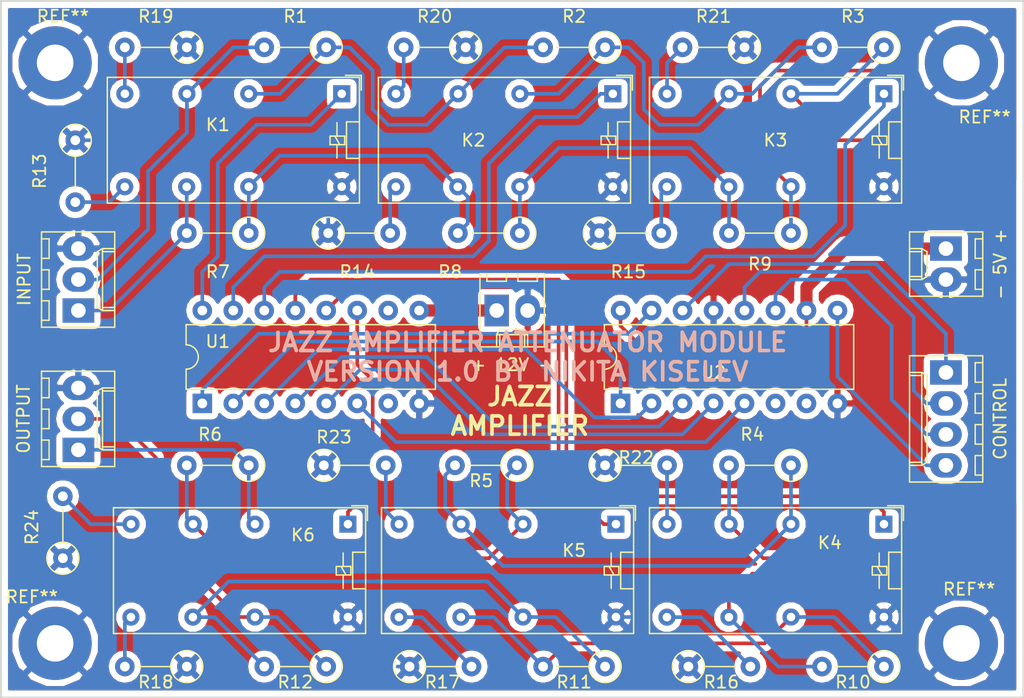
<source format=kicad_pcb>
(kicad_pcb (version 20171130) (host pcbnew "(5.0.0-3-g5ebb6b6)")
  (layers (0 F.Cu signal) (31 B.Cu signal) (34 B.Paste user hide) (35 F.Paste user hide) (36 B.SilkS user) (37 F.SilkS user) (38 B.Mask user) (39 F.Mask user) (44 Edge.Cuts user))
  (net 0 "")
  (net 1 "Net-(J1-Pad1)")
  (net 2 "Net-(J1-Pad2)")
  (net 3 GND)
  (net 4 "Net-(J2-Pad2)")
  (net 5 "Net-(J2-Pad1)")
  (net 6 "Net-(J4-Pad1)")
  (net 7 "Net-(J4-Pad2)")
  (net 8 "Net-(J4-Pad3)")
  (net 9 "Net-(J4-Pad4)")
  (net 10 "Net-(K1-Pad13)")
  (net 11 "Net-(K1-Pad9)")
  (net 12 "Net-(K1-Pad4)")
  (net 13 "Net-(K1-Pad8)")
  (net 14 /K1)
  (net 15 /K2)
  (net 16 "Net-(K2-Pad8)")
  (net 17 "Net-(K2-Pad4)")
  (net 18 "Net-(K2-Pad9)")
  (net 19 "Net-(K2-Pad13)")
  (net 20 "Net-(K3-Pad13)")
  (net 21 "Net-(K3-Pad9)")
  (net 22 "Net-(K3-Pad4)")
  (net 23 "Net-(K3-Pad8)")
  (net 24 /K3)
  (net 25 "Net-(K4-Pad13)")
  (net 26 "Net-(K4-Pad9)")
  (net 27 "Net-(K4-Pad4)")
  (net 28 "Net-(K4-Pad8)")
  (net 29 /K4)
  (net 30 /K5)
  (net 31 "Net-(K5-Pad8)")
  (net 32 "Net-(K5-Pad4)")
  (net 33 "Net-(K5-Pad9)")
  (net 34 "Net-(K5-Pad13)")
  (net 35 /K6)
  (net 36 "Net-(K6-Pad8)")
  (net 37 "Net-(K6-Pad9)")
  (net 38 "Net-(U1-Pad7)")
  (net 39 "Net-(U1-Pad6)")
  (net 40 "Net-(U1-Pad5)")
  (net 41 "Net-(U1-Pad4)")
  (net 42 "Net-(U1-Pad3)")
  (net 43 "Net-(U1-Pad10)")
  (net 44 "Net-(U1-Pad2)")
  (net 45 +12V)
  (net 46 "Net-(U1-Pad1)")
  (net 47 +5V)
  (net 48 "Net-(U2-Pad7)")
  (net 49 "Net-(U2-Pad6)")
  (module Relay_THT:Relay_DPDT_Omron_G5V-2 (layer F.Cu) (at 158.75 57.15 270)
    (fp_text reference K3 (at 3.81 8.89) (layer F.SilkS))
    (fp_text value G5V-2)
    (pad 13 thru_hole circle (at 7.62 7.62 270) (size 1.4 1.4) (drill 0.7) (layers *.Cu *.Mask) (net 20 "Net-(K3-Pad13)"))
    (pad 9 thru_hole circle (at 7.63 17.79 270) (size 1.4 1.4) (drill 0.7) (layers *.Cu *.Mask) (net 21 "Net-(K3-Pad9)"))
    (pad 11 thru_hole circle (at 7.63 12.71 270) (size 1.4 1.4) (drill 0.7) (layers *.Cu *.Mask) (net 19 "Net-(K2-Pad13)"))
    (pad 4 thru_hole circle (at 0 7.62 270) (size 1.4 1.4) (drill 0.7) (layers *.Cu *.Mask) (net 22 "Net-(K3-Pad4)"))
    (pad 8 thru_hole circle (at 0 17.78 270) (size 1.4 1.4) (drill 0.7) (layers *.Cu *.Mask) (net 23 "Net-(K3-Pad8)"))
    (pad 6 thru_hole circle (at 0 12.69 270) (size 1.4 1.4) (drill 0.7) (layers *.Cu *.Mask) (net 17 "Net-(K2-Pad4)"))
    (pad 16 thru_hole circle (at 7.62 0 270) (size 1.4 1.4) (drill 0.7) (layers *.Cu *.Mask) (net 3 GND))
    (pad 1 thru_hole rect (at 0 0 270) (size 1.4 1.4) (drill 0.7) (layers *.Cu *.Mask) (net 24 /K3))
  )
  (module Relay_THT:Relay_DPDT_Omron_G5V-2 (layer F.Cu) (at 136.525 57.15 270)
    (fp_text reference K2 (at 3.81 11.43) (layer F.SilkS))
    (fp_text value G5V-2)
    (pad 1 thru_hole rect (at 0 0 270) (size 1.4 1.4) (drill 0.7) (layers *.Cu *.Mask) (net 15 /K2))
    (pad 16 thru_hole circle (at 7.62 0 270) (size 1.4 1.4) (drill 0.7) (layers *.Cu *.Mask) (net 3 GND))
    (pad 6 thru_hole circle (at 0 12.69 270) (size 1.4 1.4) (drill 0.7) (layers *.Cu *.Mask) (net 12 "Net-(K1-Pad4)"))
    (pad 8 thru_hole circle (at 0 17.78 270) (size 1.4 1.4) (drill 0.7) (layers *.Cu *.Mask) (net 16 "Net-(K2-Pad8)"))
    (pad 4 thru_hole circle (at 0 7.62 270) (size 1.4 1.4) (drill 0.7) (layers *.Cu *.Mask) (net 17 "Net-(K2-Pad4)"))
    (pad 11 thru_hole circle (at 7.63 12.71 270) (size 1.4 1.4) (drill 0.7) (layers *.Cu *.Mask) (net 10 "Net-(K1-Pad13)"))
    (pad 9 thru_hole circle (at 7.63 17.79 270) (size 1.4 1.4) (drill 0.7) (layers *.Cu *.Mask) (net 18 "Net-(K2-Pad9)"))
    (pad 13 thru_hole circle (at 7.62 7.62 270) (size 1.4 1.4) (drill 0.7) (layers *.Cu *.Mask) (net 19 "Net-(K2-Pad13)"))
  )
  (module Relays_THT:Relay_DPDT_Omron_G5V-2 (layer F.Cu) (at 114.3 57.15 270)
    (fp_text reference K1 (at 2.54 10.16) (layer F.SilkS))
    (fp_text value G5V-2)
    (pad 13 thru_hole circle (at 7.62 7.62 270) (size 1.4 1.4) (drill 0.7) (layers *.Cu *.Mask) (net 10 "Net-(K1-Pad13)"))
    (pad 9 thru_hole circle (at 7.63 17.79 270) (size 1.4 1.4) (drill 0.7) (layers *.Cu *.Mask) (net 11 "Net-(K1-Pad9)"))
    (pad 11 thru_hole circle (at 7.63 12.71 270) (size 1.4 1.4) (drill 0.7) (layers *.Cu *.Mask) (net 1 "Net-(J1-Pad1)"))
    (pad 4 thru_hole circle (at 0 7.62 270) (size 1.4 1.4) (drill 0.7) (layers *.Cu *.Mask) (net 12 "Net-(K1-Pad4)"))
    (pad 8 thru_hole circle (at 0 17.78 270) (size 1.4 1.4) (drill 0.7) (layers *.Cu *.Mask) (net 13 "Net-(K1-Pad8)"))
    (pad 6 thru_hole circle (at 0 12.69 270) (size 1.4 1.4) (drill 0.7) (layers *.Cu *.Mask) (net 2 "Net-(J1-Pad2)"))
    (pad 16 thru_hole circle (at 7.62 0 270) (size 1.4 1.4) (drill 0.7) (layers *.Cu *.Mask) (net 3 GND))
    (pad 1 thru_hole rect (at 0 0 270) (size 1.4 1.4) (drill 0.7) (layers *.Cu *.Mask) (net 14 /K1))
  )
  (module Relay_THT:Relay_DPDT_Omron_G5V-2 (layer F.Cu) (at 158.75 92.456 270)
    (fp_text reference K4 (at 1.524 4.445) (layer F.SilkS))
    (fp_text value G5V-2)
    (pad 1 thru_hole rect (at 0 0 270) (size 1.4 1.4) (drill 0.7) (layers *.Cu *.Mask) (net 29 /K4))
    (pad 16 thru_hole circle (at 7.62 0 270) (size 1.4 1.4) (drill 0.7) (layers *.Cu *.Mask) (net 3 GND))
    (pad 6 thru_hole circle (at 0 12.69 270) (size 1.4 1.4) (drill 0.7) (layers *.Cu *.Mask) (net 22 "Net-(K3-Pad4)"))
    (pad 8 thru_hole circle (at 0 17.78 270) (size 1.4 1.4) (drill 0.7) (layers *.Cu *.Mask) (net 28 "Net-(K4-Pad8)"))
    (pad 4 thru_hole circle (at 0 7.62 270) (size 1.4 1.4) (drill 0.7) (layers *.Cu *.Mask) (net 27 "Net-(K4-Pad4)"))
    (pad 11 thru_hole circle (at 7.63 12.71 270) (size 1.4 1.4) (drill 0.7) (layers *.Cu *.Mask) (net 20 "Net-(K3-Pad13)"))
    (pad 9 thru_hole circle (at 7.63 17.79 270) (size 1.4 1.4) (drill 0.7) (layers *.Cu *.Mask) (net 26 "Net-(K4-Pad9)"))
    (pad 13 thru_hole circle (at 7.62 7.62 270) (size 1.4 1.4) (drill 0.7) (layers *.Cu *.Mask) (net 25 "Net-(K4-Pad13)"))
  )
  (module Relay_THT:Relay_DPDT_Omron_G5V-2 (layer F.Cu) (at 136.779 92.456 270)
    (fp_text reference K5 (at 2.159 3.429) (layer F.SilkS))
    (fp_text value G5V-2)
    (pad 1 thru_hole rect (at 0 0 270) (size 1.4 1.4) (drill 0.7) (layers *.Cu *.Mask) (net 30 /K5))
    (pad 16 thru_hole circle (at 7.62 0 270) (size 1.4 1.4) (drill 0.7) (layers *.Cu *.Mask) (net 3 GND))
    (pad 6 thru_hole circle (at 0 12.69 270) (size 1.4 1.4) (drill 0.7) (layers *.Cu *.Mask) (net 27 "Net-(K4-Pad4)"))
    (pad 8 thru_hole circle (at 0 17.78 270) (size 1.4 1.4) (drill 0.7) (layers *.Cu *.Mask) (net 31 "Net-(K5-Pad8)"))
    (pad 4 thru_hole circle (at 0 7.62 270) (size 1.4 1.4) (drill 0.7) (layers *.Cu *.Mask) (net 32 "Net-(K5-Pad4)"))
    (pad 11 thru_hole circle (at 7.63 12.71 270) (size 1.4 1.4) (drill 0.7) (layers *.Cu *.Mask) (net 25 "Net-(K4-Pad13)"))
    (pad 9 thru_hole circle (at 7.63 17.79 270) (size 1.4 1.4) (drill 0.7) (layers *.Cu *.Mask) (net 33 "Net-(K5-Pad9)"))
    (pad 13 thru_hole circle (at 7.62 7.62 270) (size 1.4 1.4) (drill 0.7) (layers *.Cu *.Mask) (net 34 "Net-(K5-Pad13)"))
  )
  (module Relay_THT:Relay_DPDT_Omron_G5V-2 (layer F.Cu) (at 114.808 92.456 270)
    (fp_text reference K6 (at 0.889 3.683) (layer F.SilkS))
    (fp_text value G5V-2)
    (pad 13 thru_hole circle (at 7.62 7.62 270) (size 1.4 1.4) (drill 0.7) (layers *.Cu *.Mask) (net 4 "Net-(J2-Pad2)"))
    (pad 9 thru_hole circle (at 7.63 17.79 270) (size 1.4 1.4) (drill 0.7) (layers *.Cu *.Mask) (net 37 "Net-(K6-Pad9)"))
    (pad 11 thru_hole circle (at 7.63 12.71 270) (size 1.4 1.4) (drill 0.7) (layers *.Cu *.Mask) (net 34 "Net-(K5-Pad13)"))
    (pad 4 thru_hole circle (at 0 7.62 270) (size 1.4 1.4) (drill 0.7) (layers *.Cu *.Mask) (net 5 "Net-(J2-Pad1)"))
    (pad 8 thru_hole circle (at 0 17.78 270) (size 1.4 1.4) (drill 0.7) (layers *.Cu *.Mask) (net 36 "Net-(K6-Pad8)"))
    (pad 6 thru_hole circle (at 0 12.69 270) (size 1.4 1.4) (drill 0.7) (layers *.Cu *.Mask) (net 32 "Net-(K5-Pad4)"))
    (pad 16 thru_hole circle (at 7.62 0 270) (size 1.4 1.4) (drill 0.7) (layers *.Cu *.Mask) (net 3 GND))
    (pad 1 thru_hole rect (at 0 0 270) (size 1.4 1.4) (drill 0.7) (layers *.Cu *.Mask) (net 35 /K6))
  )
  (module Resistors_THT:R_Axial_DIN0207_L6.3mm_D2.5mm_P5.08mm_Vertical (layer F.Cu) (at 113.03 53.34 180)
    (fp_text reference R1 (at 2.54 2.54 180) (layer F.SilkS))
    (fp_text value R)
    (pad 1 thru_hole circle (at 0 0 180) (size 1.6 1.6) (drill 0.8) (layers *.Cu *.Mask) (net 12 "Net-(K1-Pad4)"))
    (pad 2 thru_hole oval (at 5.08 0 180) (size 1.6 1.6) (drill 0.8) (layers *.Cu *.Mask) (net 2 "Net-(J1-Pad2)"))
  )
  (module Resistors_THT:R_Axial_DIN0207_L6.3mm_D2.5mm_P5.08mm_Vertical (layer F.Cu) (at 135.89 53.34 180)
    (fp_text reference R2 (at 2.54 2.54 180) (layer F.SilkS))
    (fp_text value R)
    (pad 2 thru_hole oval (at 5.08 0 180) (size 1.6 1.6) (drill 0.8) (layers *.Cu *.Mask) (net 12 "Net-(K1-Pad4)"))
    (pad 1 thru_hole circle (at 0 0 180) (size 1.6 1.6) (drill 0.8) (layers *.Cu *.Mask) (net 17 "Net-(K2-Pad4)"))
  )
  (module Resistors_THT:R_Axial_DIN0207_L6.3mm_D2.5mm_P5.08mm_Vertical (layer F.Cu) (at 158.75 53.34 180)
    (fp_text reference R3 (at 2.54 2.54 180) (layer F.SilkS))
    (fp_text value R)
    (pad 1 thru_hole circle (at 0 0 180) (size 1.6 1.6) (drill 0.8) (layers *.Cu *.Mask) (net 22 "Net-(K3-Pad4)"))
    (pad 2 thru_hole oval (at 5.08 0 180) (size 1.6 1.6) (drill 0.8) (layers *.Cu *.Mask) (net 17 "Net-(K2-Pad4)"))
  )
  (module Resistors_THT:R_Axial_DIN0207_L6.3mm_D2.5mm_P5.08mm_Vertical (layer F.Cu) (at 151.13 87.63 180)
    (fp_text reference R4 (at 3.175 2.54 180) (layer F.SilkS))
    (fp_text value R)
    (pad 2 thru_hole oval (at 5.08 0 180) (size 1.6 1.6) (drill 0.8) (layers *.Cu *.Mask) (net 22 "Net-(K3-Pad4)"))
    (pad 1 thru_hole circle (at 0 0 180) (size 1.6 1.6) (drill 0.8) (layers *.Cu *.Mask) (net 27 "Net-(K4-Pad4)"))
  )
  (module Resistors_THT:R_Axial_DIN0207_L6.3mm_D2.5mm_P5.08mm_Vertical (layer F.Cu) (at 128.665 87.63 180)
    (fp_text reference R5 (at 2.935 -1.27 180) (layer F.SilkS))
    (fp_text value R)
    (pad 1 thru_hole circle (at 0 0 180) (size 1.6 1.6) (drill 0.8) (layers *.Cu *.Mask) (net 32 "Net-(K5-Pad4)"))
    (pad 2 thru_hole oval (at 5.08 0 180) (size 1.6 1.6) (drill 0.8) (layers *.Cu *.Mask) (net 27 "Net-(K4-Pad4)"))
  )
  (module Resistors_THT:R_Axial_DIN0207_L6.3mm_D2.5mm_P5.08mm_Vertical (layer F.Cu) (at 106.68 87.63 180)
    (fp_text reference R6 (at 3.175 2.54 180) (layer F.SilkS))
    (fp_text value R)
    (pad 1 thru_hole circle (at 0 0 180) (size 1.6 1.6) (drill 0.8) (layers *.Cu *.Mask) (net 5 "Net-(J2-Pad1)"))
    (pad 2 thru_hole oval (at 5.08 0 180) (size 1.6 1.6) (drill 0.8) (layers *.Cu *.Mask) (net 32 "Net-(K5-Pad4)"))
  )
  (module Resistors_THT:R_Axial_DIN0207_L6.3mm_D2.5mm_P5.08mm_Vertical (layer F.Cu) (at 106.68 68.58 180)
    (fp_text reference R7 (at 2.54 -3.175 180) (layer F.SilkS))
    (fp_text value R)
    (pad 1 thru_hole circle (at 0 0 180) (size 1.6 1.6) (drill 0.8) (layers *.Cu *.Mask) (net 10 "Net-(K1-Pad13)"))
    (pad 2 thru_hole oval (at 5.08 0 180) (size 1.6 1.6) (drill 0.8) (layers *.Cu *.Mask) (net 1 "Net-(J1-Pad1)"))
  )
  (module Resistors_THT:R_Axial_DIN0207_L6.3mm_D2.5mm_P5.08mm_Vertical (layer F.Cu) (at 128.905 68.58 180)
    (fp_text reference R8 (at 5.715 -3.175 180) (layer F.SilkS))
    (fp_text value R)
    (pad 2 thru_hole oval (at 5.08 0 180) (size 1.6 1.6) (drill 0.8) (layers *.Cu *.Mask) (net 10 "Net-(K1-Pad13)"))
    (pad 1 thru_hole circle (at 0 0 180) (size 1.6 1.6) (drill 0.8) (layers *.Cu *.Mask) (net 19 "Net-(K2-Pad13)"))
  )
  (module Resistors_THT:R_Axial_DIN0207_L6.3mm_D2.5mm_P5.08mm_Vertical (layer F.Cu) (at 151.13 68.58 180)
    (fp_text reference R9 (at 2.54 -2.54 180) (layer F.SilkS))
    (fp_text value R)
    (pad 1 thru_hole circle (at 0 0 180) (size 1.6 1.6) (drill 0.8) (layers *.Cu *.Mask) (net 20 "Net-(K3-Pad13)"))
    (pad 2 thru_hole oval (at 5.08 0 180) (size 1.6 1.6) (drill 0.8) (layers *.Cu *.Mask) (net 19 "Net-(K2-Pad13)"))
  )
  (module Resistors_THT:R_Axial_DIN0207_L6.3mm_D2.5mm_P5.08mm_Vertical (layer F.Cu) (at 158.75 104.14 180)
    (fp_text reference R10 (at 2.54 -1.27 180) (layer F.SilkS))
    (fp_text value R)
    (pad 2 thru_hole oval (at 5.08 0 180) (size 1.6 1.6) (drill 0.8) (layers *.Cu *.Mask) (net 20 "Net-(K3-Pad13)"))
    (pad 1 thru_hole circle (at 0 0 180) (size 1.6 1.6) (drill 0.8) (layers *.Cu *.Mask) (net 25 "Net-(K4-Pad13)"))
  )
  (module Resistors_THT:R_Axial_DIN0207_L6.3mm_D2.5mm_P5.08mm_Vertical (layer F.Cu) (at 135.89 104.14 180)
    (fp_text reference R11 (at 2.54 -1.27 180) (layer F.SilkS))
    (fp_text value R)
    (pad 1 thru_hole circle (at 0 0 180) (size 1.6 1.6) (drill 0.8) (layers *.Cu *.Mask) (net 34 "Net-(K5-Pad13)"))
    (pad 2 thru_hole oval (at 5.08 0 180) (size 1.6 1.6) (drill 0.8) (layers *.Cu *.Mask) (net 25 "Net-(K4-Pad13)"))
  )
  (module Resistors_THT:R_Axial_DIN0207_L6.3mm_D2.5mm_P5.08mm_Vertical (layer F.Cu) (at 113.03 104.14 180)
    (fp_text reference R12 (at 2.54 -1.27 180) (layer F.SilkS))
    (fp_text value R)
    (pad 2 thru_hole oval (at 5.08 0 180) (size 1.6 1.6) (drill 0.8) (layers *.Cu *.Mask) (net 34 "Net-(K5-Pad13)"))
    (pad 1 thru_hole circle (at 0 0 180) (size 1.6 1.6) (drill 0.8) (layers *.Cu *.Mask) (net 4 "Net-(J2-Pad2)"))
  )
  (module Resistors_THT:R_Axial_DIN0207_L6.3mm_D2.5mm_P5.08mm_Vertical (layer F.Cu) (at 92.456 60.96 270)
    (fp_text reference R13 (at 2.54 2.921 270) (layer F.SilkS))
    (fp_text value R)
    (pad 2 thru_hole oval (at 5.08 0 270) (size 1.6 1.6) (drill 0.8) (layers *.Cu *.Mask) (net 11 "Net-(K1-Pad9)"))
    (pad 1 thru_hole circle (at 0 0 270) (size 1.6 1.6) (drill 0.8) (layers *.Cu *.Mask) (net 3 GND))
  )
  (module Resistors_THT:R_Axial_DIN0207_L6.3mm_D2.5mm_P5.08mm_Vertical (layer F.Cu) (at 113.1925 68.58)
    (fp_text reference R14 (at 2.3775 3.175) (layer F.SilkS))
    (fp_text value R)
    (pad 1 thru_hole circle (at 0 0) (size 1.6 1.6) (drill 0.8) (layers *.Cu *.Mask) (net 3 GND))
    (pad 2 thru_hole oval (at 5.08 0) (size 1.6 1.6) (drill 0.8) (layers *.Cu *.Mask) (net 18 "Net-(K2-Pad9)"))
  )
  (module Resistors_THT:R_Axial_DIN0207_L6.3mm_D2.5mm_P5.08mm_Vertical (layer F.Cu) (at 135.4175 68.58)
    (fp_text reference R15 (at 2.3775 3.175) (layer F.SilkS))
    (fp_text value R)
    (pad 2 thru_hole oval (at 5.08 0) (size 1.6 1.6) (drill 0.8) (layers *.Cu *.Mask) (net 21 "Net-(K3-Pad9)"))
    (pad 1 thru_hole circle (at 0 0) (size 1.6 1.6) (drill 0.8) (layers *.Cu *.Mask) (net 3 GND))
  )
  (module Resistors_THT:R_Axial_DIN0207_L6.3mm_D2.5mm_P5.08mm_Vertical (layer F.Cu) (at 142.72 104.14)
    (fp_text reference R16 (at 2.695 1.27) (layer F.SilkS))
    (fp_text value R)
    (pad 1 thru_hole circle (at 0 0) (size 1.6 1.6) (drill 0.8) (layers *.Cu *.Mask) (net 3 GND))
    (pad 2 thru_hole oval (at 5.08 0) (size 1.6 1.6) (drill 0.8) (layers *.Cu *.Mask) (net 26 "Net-(K4-Pad9)"))
  )
  (module Resistors_THT:R_Axial_DIN0207_L6.3mm_D2.5mm_P5.08mm_Vertical (layer F.Cu) (at 119.86 104.14)
    (fp_text reference R17 (at 2.695 1.27) (layer F.SilkS))
    (fp_text value R)
    (pad 2 thru_hole oval (at 5.08 0) (size 1.6 1.6) (drill 0.8) (layers *.Cu *.Mask) (net 33 "Net-(K5-Pad9)"))
    (pad 1 thru_hole circle (at 0 0) (size 1.6 1.6) (drill 0.8) (layers *.Cu *.Mask) (net 3 GND))
  )
  (module Resistors_THT:R_Axial_DIN0207_L6.3mm_D2.5mm_P5.08mm_Vertical (layer F.Cu) (at 101.6 104.14 180)
    (fp_text reference R18 (at 2.54 -1.27 180) (layer F.SilkS))
    (fp_text value R)
    (pad 1 thru_hole circle (at 0 0 180) (size 1.6 1.6) (drill 0.8) (layers *.Cu *.Mask) (net 3 GND))
    (pad 2 thru_hole oval (at 5.08 0 180) (size 1.6 1.6) (drill 0.8) (layers *.Cu *.Mask) (net 37 "Net-(K6-Pad9)"))
  )
  (module Resistors_THT:R_Axial_DIN0207_L6.3mm_D2.5mm_P5.08mm_Vertical (layer F.Cu) (at 101.6 53.34 180)
    (fp_text reference R19 (at 2.54 2.54 180) (layer F.SilkS))
    (fp_text value R)
    (pad 2 thru_hole oval (at 5.08 0 180) (size 1.6 1.6) (drill 0.8) (layers *.Cu *.Mask) (net 13 "Net-(K1-Pad8)"))
    (pad 1 thru_hole circle (at 0 0 180) (size 1.6 1.6) (drill 0.8) (layers *.Cu *.Mask) (net 3 GND))
  )
  (module Resistors_THT:R_Axial_DIN0207_L6.3mm_D2.5mm_P5.08mm_Vertical (layer F.Cu) (at 124.46 53.34 180)
    (fp_text reference R20 (at 2.54 2.54 180) (layer F.SilkS))
    (fp_text value R)
    (pad 1 thru_hole circle (at 0 0 180) (size 1.6 1.6) (drill 0.8) (layers *.Cu *.Mask) (net 3 GND))
    (pad 2 thru_hole oval (at 5.08 0 180) (size 1.6 1.6) (drill 0.8) (layers *.Cu *.Mask) (net 16 "Net-(K2-Pad8)"))
  )
  (module Resistors_THT:R_Axial_DIN0207_L6.3mm_D2.5mm_P5.08mm_Vertical (layer F.Cu) (at 147.32 53.34 180)
    (fp_text reference R21 (at 2.54 2.54 180) (layer F.SilkS))
    (fp_text value R)
    (pad 2 thru_hole oval (at 5.08 0 180) (size 1.6 1.6) (drill 0.8) (layers *.Cu *.Mask) (net 23 "Net-(K3-Pad8)"))
    (pad 1 thru_hole circle (at 0 0 180) (size 1.6 1.6) (drill 0.8) (layers *.Cu *.Mask) (net 3 GND))
  )
  (module Resistors_THT:R_Axial_DIN0207_L6.3mm_D2.5mm_P5.08mm_Vertical (layer F.Cu) (at 135.89 87.63)
    (fp_text reference R22 (at 2.54 -0.635) (layer F.SilkS))
    (fp_text value R)
    (pad 1 thru_hole circle (at 0 0) (size 1.6 1.6) (drill 0.8) (layers *.Cu *.Mask) (net 3 GND))
    (pad 2 thru_hole oval (at 5.08 0) (size 1.6 1.6) (drill 0.8) (layers *.Cu *.Mask) (net 28 "Net-(K4-Pad8)"))
  )
  (module Resistors_THT:R_Axial_DIN0207_L6.3mm_D2.5mm_P5.08mm_Vertical (layer F.Cu) (at 112.8325 87.63)
    (fp_text reference R23 (at 0.8325 -2.31) (layer F.SilkS))
    (fp_text value R)
    (pad 2 thru_hole oval (at 5.08 0) (size 1.6 1.6) (drill 0.8) (layers *.Cu *.Mask) (net 31 "Net-(K5-Pad8)"))
    (pad 1 thru_hole circle (at 0 0) (size 1.6 1.6) (drill 0.8) (layers *.Cu *.Mask) (net 3 GND))
  )
  (module Resistors_THT:R_Axial_DIN0207_L6.3mm_D2.5mm_P5.08mm_Vertical (layer F.Cu) (at 91.44 95.25 90)
    (fp_text reference R24 (at 2.54 -2.54 90) (layer F.SilkS))
    (fp_text value R)
    (pad 2 thru_hole oval (at 5.08 0 90) (size 1.6 1.6) (drill 0.8) (layers *.Cu *.Mask) (net 36 "Net-(K6-Pad8)"))
    (pad 1 thru_hole circle (at 0 0 90) (size 1.6 1.6) (drill 0.8) (layers *.Cu *.Mask) (net 3 GND))
  )
  (module Housings_DIP:DIP-16_W7.62mm (layer F.Cu) (at 102.87 82.55 90)
    (fp_text reference U1 (at 5.08 1.27 180) (layer F.SilkS))
    (fp_text value ULN2003A)
    (pad 16 thru_hole oval (at 7.62 0 90) (size 1.6 1.6) (drill 0.8) (layers *.Cu *.Mask) (net 14 /K1))
    (pad 8 thru_hole oval (at 0 17.78 90) (size 1.6 1.6) (drill 0.8) (layers *.Cu *.Mask) (net 3 GND))
    (pad 15 thru_hole oval (at 7.62 2.54 90) (size 1.6 1.6) (drill 0.8) (layers *.Cu *.Mask) (net 15 /K2))
    (pad 7 thru_hole oval (at 0 15.24 90) (size 1.6 1.6) (drill 0.8) (layers *.Cu *.Mask) (net 38 "Net-(U1-Pad7)"))
    (pad 14 thru_hole oval (at 7.62 5.08 90) (size 1.6 1.6) (drill 0.8) (layers *.Cu *.Mask) (net 24 /K3))
    (pad 6 thru_hole oval (at 0 12.7 90) (size 1.6 1.6) (drill 0.8) (layers *.Cu *.Mask) (net 39 "Net-(U1-Pad6)"))
    (pad 13 thru_hole oval (at 7.62 7.62 90) (size 1.6 1.6) (drill 0.8) (layers *.Cu *.Mask) (net 29 /K4))
    (pad 5 thru_hole oval (at 0 10.16 90) (size 1.6 1.6) (drill 0.8) (layers *.Cu *.Mask) (net 40 "Net-(U1-Pad5)"))
    (pad 12 thru_hole oval (at 7.62 10.16 90) (size 1.6 1.6) (drill 0.8) (layers *.Cu *.Mask) (net 30 /K5))
    (pad 4 thru_hole oval (at 0 7.62 90) (size 1.6 1.6) (drill 0.8) (layers *.Cu *.Mask) (net 41 "Net-(U1-Pad4)"))
    (pad 11 thru_hole oval (at 7.62 12.7 90) (size 1.6 1.6) (drill 0.8) (layers *.Cu *.Mask) (net 35 /K6))
    (pad 3 thru_hole oval (at 0 5.08 90) (size 1.6 1.6) (drill 0.8) (layers *.Cu *.Mask) (net 42 "Net-(U1-Pad3)"))
    (pad 10 thru_hole oval (at 7.62 15.24 90) (size 1.6 1.6) (drill 0.8) (layers *.Cu *.Mask) (net 43 "Net-(U1-Pad10)"))
    (pad 2 thru_hole oval (at 0 2.54 90) (size 1.6 1.6) (drill 0.8) (layers *.Cu *.Mask) (net 44 "Net-(U1-Pad2)"))
    (pad 9 thru_hole oval (at 7.62 17.78 90) (size 1.6 1.6) (drill 0.8) (layers *.Cu *.Mask) (net 45 +12V))
    (pad 1 thru_hole rect (at 0 0 90) (size 1.6 1.6) (drill 0.8) (layers *.Cu *.Mask) (net 46 "Net-(U1-Pad1)"))
  )
  (module Housings_DIP:DIP-16_W7.62mm (layer F.Cu) (at 137.16 82.55 90)
    (fp_text reference U2 (at 2.54 7.62 180) (layer F.SilkS))
    (fp_text value 74HC595)
    (pad 1 thru_hole rect (at 0 0 90) (size 1.6 1.6) (drill 0.8) (layers *.Cu *.Mask) (net 44 "Net-(U1-Pad2)"))
    (pad 9 thru_hole oval (at 7.62 17.78 90) (size 1.6 1.6) (drill 0.8) (layers *.Cu *.Mask) (net 9 "Net-(J4-Pad4)"))
    (pad 2 thru_hole oval (at 0 2.54 90) (size 1.6 1.6) (drill 0.8) (layers *.Cu *.Mask) (net 42 "Net-(U1-Pad3)"))
    (pad 10 thru_hole oval (at 7.62 15.24 90) (size 1.6 1.6) (drill 0.8) (layers *.Cu *.Mask) (net 47 +5V))
    (pad 3 thru_hole oval (at 0 5.08 90) (size 1.6 1.6) (drill 0.8) (layers *.Cu *.Mask) (net 41 "Net-(U1-Pad4)"))
    (pad 11 thru_hole oval (at 7.62 12.7 90) (size 1.6 1.6) (drill 0.8) (layers *.Cu *.Mask) (net 8 "Net-(J4-Pad3)"))
    (pad 4 thru_hole oval (at 0 7.62 90) (size 1.6 1.6) (drill 0.8) (layers *.Cu *.Mask) (net 40 "Net-(U1-Pad5)"))
    (pad 12 thru_hole oval (at 7.62 10.16 90) (size 1.6 1.6) (drill 0.8) (layers *.Cu *.Mask) (net 7 "Net-(J4-Pad2)"))
    (pad 5 thru_hole oval (at 0 10.16 90) (size 1.6 1.6) (drill 0.8) (layers *.Cu *.Mask) (net 39 "Net-(U1-Pad6)"))
    (pad 13 thru_hole oval (at 7.62 7.62 90) (size 1.6 1.6) (drill 0.8) (layers *.Cu *.Mask) (net 3 GND))
    (pad 6 thru_hole oval (at 0 12.7 90) (size 1.6 1.6) (drill 0.8) (layers *.Cu *.Mask) (net 49 "Net-(U2-Pad6)"))
    (pad 14 thru_hole oval (at 7.62 5.08 90) (size 1.6 1.6) (drill 0.8) (layers *.Cu *.Mask) (net 6 "Net-(J4-Pad1)"))
    (pad 7 thru_hole oval (at 0 15.24 90) (size 1.6 1.6) (drill 0.8) (layers *.Cu *.Mask) (net 48 "Net-(U2-Pad7)"))
    (pad 15 thru_hole oval (at 7.62 2.54 90) (size 1.6 1.6) (drill 0.8) (layers *.Cu *.Mask) (net 46 "Net-(U1-Pad1)"))
    (pad 8 thru_hole oval (at 0 17.78 90) (size 1.6 1.6) (drill 0.8) (layers *.Cu *.Mask) (net 3 GND))
    (pad 16 thru_hole oval (at 7.62 0 90) (size 1.6 1.6) (drill 0.8) (layers *.Cu *.Mask) (net 47 +5V))
  )
  (module Mounting_Holes:MountingHole_3mm_Pad (layer F.Cu) (at 90.805 54.61)
    (fp_text reference REF** (at 0.635 -3.81) (layer F.SilkS))
    (fp_text value MountingHole_3mm_Pad)
    (pad 1 thru_hole circle (at 0 0) (size 6 6) (drill 3) (layers *.Cu *.Mask) (net 3 GND))
  )
  (module Mounting_Holes:MountingHole_3mm_Pad (layer F.Cu) (at 90.805 102.235)
    (fp_text reference REF** (at -1.905 -3.81) (layer F.SilkS))
    (fp_text value MountingHole_3mm_Pad)
    (pad 1 thru_hole circle (at 0 0) (size 6 6) (drill 3) (layers *.Cu *.Mask) (net 3 GND))
  )
  (module Mounting_Holes:MountingHole_3mm_Pad (layer F.Cu) (at 165.1 102.235)
    (fp_text reference REF** (at 0.635 -4.445) (layer F.SilkS))
    (fp_text value MountingHole_3mm_Pad)
    (pad 1 thru_hole circle (at 0 0) (size 6 6) (drill 3) (layers *.Cu *.Mask) (net 3 GND))
  )
  (module Mounting_Holes:MountingHole_3mm_Pad (layer F.Cu) (at 165.1 54.61)
    (fp_text reference REF** (at 1.905 4.445) (layer F.SilkS))
    (fp_text value MountingHole_3mm_Pad)
    (pad 1 thru_hole circle (at 0 0) (size 6 6) (drill 3) (layers *.Cu *.Mask) (net 3 GND))
  )
  (module Connectors_Molex:Molex_KK-6410-03_03x2.54mm_Straight (layer F.Cu) (at 92.71 74.93 90)
    (fp_text reference INPUT (at 2.54 -4.445 270) (layer F.SilkS))
    (fp_text value Conn_01x03_Male)
    (pad 3 thru_hole oval (at 5.08 0 90) (size 2 2.6) (drill 1.2) (layers *.Cu *.Mask) (net 3 GND))
    (pad 2 thru_hole oval (at 2.54 0 90) (size 2 2.6) (drill 1.2) (layers *.Cu *.Mask) (net 2 "Net-(J1-Pad2)"))
    (pad 1 thru_hole rect (at 0 0 90) (size 2 2.6) (drill 1.2) (layers *.Cu *.Mask) (net 1 "Net-(J1-Pad1)"))
  )
  (module Connectors_Molex:Molex_KK-6410-03_03x2.54mm_Straight (layer F.Cu) (at 92.71 86.36 90)
    (fp_text reference OUTPUT (at 2.54 -4.5 90) (layer F.SilkS))
    (fp_text value Conn_01x03_Male)
    (pad 1 thru_hole rect (at 0 0 90) (size 2 2.6) (drill 1.2) (layers *.Cu *.Mask) (net 5 "Net-(J2-Pad1)"))
    (pad 2 thru_hole oval (at 2.54 0 90) (size 2 2.6) (drill 1.2) (layers *.Cu *.Mask) (net 4 "Net-(J2-Pad2)"))
    (pad 3 thru_hole oval (at 5.08 0 90) (size 2 2.6) (drill 1.2) (layers *.Cu *.Mask) (net 3 GND))
  )
  (module Connectors_Molex:Molex_KK-6410-02_02x2.54mm_Straight (layer F.Cu) (at 127 74.93)
    (fp_text reference "+ 12V -" (at 1.27 4.445 180) (layer F.SilkS))
    (fp_text value Conn_01x02_Male)
    (pad 2 thru_hole oval (at 2.54 0) (size 2 2.6) (drill 1.2) (layers *.Cu *.Mask) (net 3 GND))
    (pad 1 thru_hole rect (at 0 0) (size 2 2.6) (drill 1.2) (layers *.Cu *.Mask) (net 45 +12V))
  )
  (module Connectors_Molex:Molex_KK-6410-04_04x2.54mm_Straight (layer F.Cu) (at 163.83 80.01 270)
    (fp_text reference CONTROL (at 3.81 -4.445 90) (layer F.SilkS))
    (fp_text value Conn_01x04_Male)
    (pad 4 thru_hole oval (at 7.62 0 270) (size 2 2.6) (drill 1.2) (layers *.Cu *.Mask) (net 9 "Net-(J4-Pad4)"))
    (pad 3 thru_hole oval (at 5.08 0 270) (size 2 2.6) (drill 1.2) (layers *.Cu *.Mask) (net 8 "Net-(J4-Pad3)"))
    (pad 2 thru_hole oval (at 2.54 0 270) (size 2 2.6) (drill 1.2) (layers *.Cu *.Mask) (net 7 "Net-(J4-Pad2)"))
    (pad 1 thru_hole rect (at 0 0 270) (size 2 2.6) (drill 1.2) (layers *.Cu *.Mask) (net 6 "Net-(J4-Pad1)"))
  )
  (module Connectors_Molex:Molex_KK-6410-02_02x2.54mm_Straight (layer F.Cu) (at 163.83 69.85 270)
    (fp_text reference "- 5V +" (at 1.27 -4.445 90) (layer F.SilkS))
    (fp_text value 5V)
    (pad 1 thru_hole rect (at 0 0 270) (size 2 2.6) (drill 1.2) (layers *.Cu *.Mask) (net 47 +5V))
    (pad 2 thru_hole oval (at 2.54 0 270) (size 2 2.6) (drill 1.2) (layers *.Cu *.Mask) (net 3 GND))
  )
  (gr_text "JAZZ AMPLIFIER ATTENUATOR MODULE\nVERSION 1.0 BY NIKITA KISELEV" (at 129.54 78.74) (layer B.SilkS) (effects (font (size 1.5 1.5) (thickness 0.3))))
  (gr_text "JAZZ\nAMPLIFIER" (at 128.905 83.185) (layer F.SilkS) (effects (font (size 1.5 1.5) (thickness 0.3))))
  (gr_line (start 86.36 106.68) (end 86.36 49.53) (layer Edge.Cuts) (width 0.15))
  (gr_line (start 170.18 106.68) (end 86.36 106.68) (layer Edge.Cuts) (width 0.15))
  (gr_line (start 170.18 49.53) (end 170.18 106.68) (layer Edge.Cuts) (width 0.15))
  (gr_line (start 86.36 49.53) (end 170.18 49.53) (layer Edge.Cuts) (width 0.15))
  (segment (start 101.59 68.57) (end 101.6 68.58) (width 0.3) (layer B.Cu) (net 1))
  (segment (start 101.59 64.78) (end 101.59 68.57) (width 0.3) (layer B.Cu) (net 1))
  (segment (start 95.25 74.93) (end 101.6 68.58) (width 0.3) (layer B.Cu) (net 1))
  (segment (start 92.71 74.93) (end 95.25 74.93) (width 0.3) (layer B.Cu) (net 1))
  (segment (start 105.42 53.34) (end 101.61 57.15) (width 0.3) (layer B.Cu) (net 2))
  (segment (start 107.95 53.34) (end 105.42 53.34) (width 0.3) (layer B.Cu) (net 2))
  (segment (start 101.61 58.139949) (end 101.61 57.15) (width 0.3) (layer B.Cu) (net 2))
  (segment (start 101.61 60.325) (end 101.61 58.139949) (width 0.3) (layer B.Cu) (net 2))
  (segment (start 98.425 63.51) (end 101.61 60.325) (width 0.3) (layer B.Cu) (net 2))
  (segment (start 98.425 68.275) (end 98.425 63.51) (width 0.3) (layer B.Cu) (net 2))
  (segment (start 94.31 72.39) (end 98.425 68.275) (width 0.3) (layer B.Cu) (net 2))
  (segment (start 92.71 72.39) (end 94.31 72.39) (width 0.3) (layer B.Cu) (net 2))
  (segment (start 118.872 104.14) (end 119.86 104.14) (width 0.3) (layer B.Cu) (net 3))
  (segment (start 138.656 100.076) (end 142.72 104.14) (width 0.3) (layer B.Cu) (net 3))
  (segment (start 136.779 100.076) (end 138.656 100.076) (width 0.3) (layer B.Cu) (net 3))
  (segment (start 113.1925 65.8775) (end 114.3 64.77) (width 0.3) (layer B.Cu) (net 3))
  (segment (start 113.1925 68.58) (end 113.1925 65.8775) (width 0.3) (layer B.Cu) (net 3))
  (segment (start 92.456 60.96) (end 95.885 60.96) (width 0.3) (layer B.Cu) (net 3))
  (segment (start 95.885 60.96) (end 99.06 57.785) (width 0.3) (layer B.Cu) (net 3))
  (segment (start 99.06 55.88) (end 101.6 53.34) (width 0.3) (layer B.Cu) (net 3))
  (segment (start 99.06 57.785) (end 99.06 55.88) (width 0.3) (layer B.Cu) (net 3))
  (segment (start 108.966 100.076) (end 113.03 104.14) (width 0.3) (layer B.Cu) (net 4))
  (segment (start 107.188 100.076) (end 108.966 100.076) (width 0.3) (layer B.Cu) (net 4))
  (segment (start 92.71 83.82) (end 95.885 83.82) (width 0.3) (layer F.Cu) (net 4))
  (segment (start 95.885 83.82) (end 99.06 86.995) (width 0.3) (layer F.Cu) (net 4))
  (segment (start 99.06 86.995) (end 99.06 93.345) (width 0.3) (layer F.Cu) (net 4))
  (segment (start 105.791 100.076) (end 107.188 100.076) (width 0.3) (layer F.Cu) (net 4))
  (segment (start 99.06 93.345) (end 105.791 100.076) (width 0.3) (layer F.Cu) (net 4))
  (segment (start 106.68 91.948) (end 107.188 92.456) (width 0.3) (layer B.Cu) (net 5))
  (segment (start 106.68 87.63) (end 106.68 91.948) (width 0.3) (layer B.Cu) (net 5))
  (segment (start 105.41 86.36) (end 92.71 86.36) (width 0.3) (layer B.Cu) (net 5))
  (segment (start 106.68 87.63) (end 105.41 86.36) (width 0.3) (layer B.Cu) (net 5))
  (segment (start 146.05 71.12) (end 158.115 71.12) (width 0.3) (layer B.Cu) (net 6))
  (segment (start 163.83 76.835) (end 163.83 80.01) (width 0.3) (layer B.Cu) (net 6))
  (segment (start 158.115 71.12) (end 163.83 76.835) (width 0.3) (layer B.Cu) (net 6))
  (segment (start 142.24 74.93) (end 146.05 71.12) (width 0.3) (layer B.Cu) (net 6))
  (segment (start 162.23 82.55) (end 163.83 82.55) (width 0.3) (layer B.Cu) (net 7))
  (segment (start 161.192416 75.467416) (end 161.192416 81.512416) (width 0.3) (layer B.Cu) (net 7))
  (segment (start 148.59 71.755) (end 157.48 71.755) (width 0.3) (layer B.Cu) (net 7))
  (segment (start 157.48 71.755) (end 161.192416 75.467416) (width 0.3) (layer B.Cu) (net 7))
  (segment (start 147.32 73.025) (end 148.59 71.755) (width 0.3) (layer B.Cu) (net 7))
  (segment (start 161.192416 81.512416) (end 162.23 82.55) (width 0.3) (layer B.Cu) (net 7))
  (segment (start 147.32 74.93) (end 147.32 73.025) (width 0.3) (layer B.Cu) (net 7))
  (segment (start 149.86 73.66) (end 149.86 74.93) (width 0.3) (layer B.Cu) (net 8))
  (segment (start 151.13 72.39) (end 149.86 73.66) (width 0.3) (layer B.Cu) (net 8))
  (segment (start 159.385 76.2) (end 155.575 72.39) (width 0.3) (layer B.Cu) (net 8))
  (segment (start 159.385 82.245) (end 159.385 76.2) (width 0.3) (layer B.Cu) (net 8))
  (segment (start 155.575 72.39) (end 151.13 72.39) (width 0.3) (layer B.Cu) (net 8))
  (segment (start 162.23 85.09) (end 159.385 82.245) (width 0.3) (layer B.Cu) (net 8))
  (segment (start 163.83 85.09) (end 162.23 85.09) (width 0.3) (layer B.Cu) (net 8))
  (segment (start 154.94 80.34) (end 154.94 76.06137) (width 0.3) (layer B.Cu) (net 9))
  (segment (start 154.94 76.06137) (end 154.94 74.93) (width 0.3) (layer B.Cu) (net 9))
  (segment (start 162.23 87.63) (end 154.94 80.34) (width 0.3) (layer B.Cu) (net 9))
  (segment (start 163.83 87.63) (end 162.23 87.63) (width 0.3) (layer B.Cu) (net 9))
  (segment (start 106.68 68.58) (end 106.68 64.77) (width 0.3) (layer B.Cu) (net 10))
  (segment (start 124.624999 65.589999) (end 124.514999 65.479999) (width 0.3) (layer B.Cu) (net 10))
  (segment (start 124.624999 67.780001) (end 124.624999 65.589999) (width 0.3) (layer B.Cu) (net 10))
  (segment (start 124.514999 65.479999) (end 123.815 64.78) (width 0.3) (layer B.Cu) (net 10))
  (segment (start 123.825 68.58) (end 124.624999 67.780001) (width 0.3) (layer B.Cu) (net 10))
  (segment (start 123.115001 64.080001) (end 123.115001 64.060001) (width 0.3) (layer B.Cu) (net 10))
  (segment (start 123.815 64.78) (end 123.115001 64.080001) (width 0.3) (layer B.Cu) (net 10))
  (segment (start 123.115001 64.060001) (end 121.285 62.23) (width 0.3) (layer B.Cu) (net 10))
  (segment (start 109.22 62.23) (end 106.68 64.77) (width 0.3) (layer B.Cu) (net 10))
  (segment (start 121.285 62.23) (end 109.22 62.23) (width 0.3) (layer B.Cu) (net 10))
  (segment (start 95.25 66.04) (end 96.51 64.78) (width 0.3) (layer B.Cu) (net 11))
  (segment (start 92.456 66.04) (end 95.25 66.04) (width 0.3) (layer B.Cu) (net 11))
  (segment (start 109.22 57.15) (end 113.03 53.34) (width 0.3) (layer B.Cu) (net 12))
  (segment (start 106.68 57.15) (end 109.22 57.15) (width 0.3) (layer B.Cu) (net 12))
  (segment (start 127.645 53.34) (end 130.81 53.34) (width 0.3) (layer B.Cu) (net 12))
  (segment (start 123.835 57.15) (end 127.645 53.34) (width 0.3) (layer B.Cu) (net 12))
  (segment (start 121.295 59.69) (end 123.835 57.15) (width 0.3) (layer B.Cu) (net 12))
  (segment (start 118.11 59.69) (end 121.295 59.69) (width 0.3) (layer B.Cu) (net 12))
  (segment (start 116.84 58.42) (end 118.11 59.69) (width 0.3) (layer B.Cu) (net 12))
  (segment (start 116.84 55.245) (end 116.84 58.42) (width 0.3) (layer B.Cu) (net 12))
  (segment (start 114.935 53.34) (end 116.84 55.245) (width 0.3) (layer B.Cu) (net 12))
  (segment (start 113.03 53.34) (end 114.935 53.34) (width 0.3) (layer B.Cu) (net 12))
  (segment (start 96.52 53.34) (end 96.52 57.15) (width 0.3) (layer B.Cu) (net 13))
  (segment (start 102.87 74.93) (end 102.87 71.755) (width 0.3) (layer B.Cu) (net 14))
  (segment (start 102.87 71.755) (end 104.14 70.485) (width 0.3) (layer B.Cu) (net 14))
  (segment (start 104.14 70.485) (end 104.14 62.865) (width 0.3) (layer B.Cu) (net 14))
  (segment (start 104.14 62.865) (end 107.315 59.69) (width 0.3) (layer B.Cu) (net 14))
  (segment (start 107.315 59.69) (end 111.76 59.69) (width 0.3) (layer B.Cu) (net 14))
  (segment (start 111.76 59.69) (end 114.3 57.15) (width 0.3) (layer B.Cu) (net 14))
  (segment (start 133.62 59.055) (end 135.525 57.15) (width 0.3) (layer B.Cu) (net 15))
  (segment (start 126.365 69.215) (end 126.365 62.865) (width 0.3) (layer B.Cu) (net 15))
  (segment (start 135.525 57.15) (end 136.525 57.15) (width 0.3) (layer B.Cu) (net 15))
  (segment (start 126.365 62.865) (end 130.175 59.055) (width 0.3) (layer B.Cu) (net 15))
  (segment (start 130.175 59.055) (end 133.62 59.055) (width 0.3) (layer B.Cu) (net 15))
  (segment (start 105.41 74.93) (end 105.41 73.025) (width 0.3) (layer B.Cu) (net 15))
  (segment (start 105.41 73.025) (end 107.95 70.485) (width 0.3) (layer B.Cu) (net 15))
  (segment (start 107.95 70.485) (end 125.095 70.485) (width 0.3) (layer B.Cu) (net 15))
  (segment (start 125.095 70.485) (end 126.365 69.215) (width 0.3) (layer B.Cu) (net 15))
  (segment (start 119.38 56.515) (end 118.745 57.15) (width 0.3) (layer B.Cu) (net 16))
  (segment (start 119.38 53.34) (end 119.38 56.515) (width 0.3) (layer B.Cu) (net 16))
  (segment (start 132.08 57.15) (end 135.89 53.34) (width 0.3) (layer B.Cu) (net 17))
  (segment (start 128.905 57.15) (end 132.08 57.15) (width 0.3) (layer B.Cu) (net 17))
  (segment (start 151.765 53.34) (end 153.67 53.34) (width 0.3) (layer B.Cu) (net 17))
  (segment (start 147.955 57.15) (end 151.765 53.34) (width 0.3) (layer B.Cu) (net 17))
  (segment (start 146.06 57.15) (end 147.955 57.15) (width 0.3) (layer B.Cu) (net 17))
  (segment (start 135.89 53.34) (end 137.795 53.34) (width 0.3) (layer B.Cu) (net 17))
  (segment (start 137.795 53.34) (end 139.065 54.61) (width 0.3) (layer B.Cu) (net 17))
  (segment (start 139.065 54.61) (end 139.065 58.42) (width 0.3) (layer B.Cu) (net 17))
  (segment (start 139.065 58.42) (end 140.335 59.69) (width 0.3) (layer B.Cu) (net 17))
  (segment (start 143.52 59.69) (end 146.06 57.15) (width 0.3) (layer B.Cu) (net 17))
  (segment (start 140.335 59.69) (end 143.52 59.69) (width 0.3) (layer B.Cu) (net 17))
  (segment (start 118.2725 65.2425) (end 118.735 64.78) (width 0.3) (layer B.Cu) (net 18))
  (segment (start 118.2725 68.58) (end 118.2725 65.2425) (width 0.3) (layer B.Cu) (net 18))
  (segment (start 128.905 67.44863) (end 128.905 64.77) (width 0.3) (layer B.Cu) (net 19))
  (segment (start 128.905 68.58) (end 128.905 67.44863) (width 0.3) (layer B.Cu) (net 19))
  (segment (start 146.05 64.79) (end 146.04 64.78) (width 0.3) (layer B.Cu) (net 19))
  (segment (start 146.05 68.58) (end 146.05 64.79) (width 0.3) (layer B.Cu) (net 19))
  (segment (start 145.340001 64.080001) (end 145.340001 64.060001) (width 0.3) (layer B.Cu) (net 19))
  (segment (start 146.04 64.78) (end 145.340001 64.080001) (width 0.3) (layer B.Cu) (net 19))
  (segment (start 145.340001 64.060001) (end 142.875 61.595) (width 0.3) (layer B.Cu) (net 19))
  (segment (start 132.08 61.595) (end 128.905 64.77) (width 0.3) (layer B.Cu) (net 19))
  (segment (start 142.875 61.595) (end 132.08 61.595) (width 0.3) (layer B.Cu) (net 19))
  (segment (start 151.13 68.58) (end 151.13 64.77) (width 0.3) (layer B.Cu) (net 20))
  (segment (start 150.094 104.14) (end 146.04 100.086) (width 0.3) (layer B.Cu) (net 20))
  (segment (start 153.67 104.14) (end 150.094 104.14) (width 0.3) (layer B.Cu) (net 20))
  (segment (start 148.59 62.23) (end 151.13 64.77) (width 0.3) (layer F.Cu) (net 20))
  (segment (start 149.86 55.245) (end 148.59 56.515) (width 0.3) (layer F.Cu) (net 20))
  (segment (start 159.385 55.245) (end 149.86 55.245) (width 0.3) (layer F.Cu) (net 20))
  (segment (start 168.91 64.77) (end 159.385 55.245) (width 0.3) (layer F.Cu) (net 20))
  (segment (start 168.91 90.17) (end 168.91 64.77) (width 0.3) (layer F.Cu) (net 20))
  (segment (start 147.955 96.52) (end 162.56 96.52) (width 0.3) (layer F.Cu) (net 20))
  (segment (start 146.04 98.435) (end 147.955 96.52) (width 0.3) (layer F.Cu) (net 20))
  (segment (start 148.59 56.515) (end 148.59 62.23) (width 0.3) (layer F.Cu) (net 20))
  (segment (start 162.56 96.52) (end 168.91 90.17) (width 0.3) (layer F.Cu) (net 20))
  (segment (start 146.04 100.086) (end 146.04 98.435) (width 0.3) (layer F.Cu) (net 20))
  (segment (start 140.4975 65.2425) (end 140.96 64.78) (width 0.3) (layer B.Cu) (net 21))
  (segment (start 140.4975 68.58) (end 140.4975 65.2425) (width 0.3) (layer B.Cu) (net 21))
  (segment (start 154.94 57.15) (end 158.75 53.34) (width 0.3) (layer B.Cu) (net 22))
  (segment (start 151.13 57.15) (end 154.94 57.15) (width 0.3) (layer B.Cu) (net 22))
  (segment (start 146.06 87.64) (end 146.05 87.63) (width 0.3) (layer B.Cu) (net 22))
  (segment (start 146.06 92.456) (end 146.06 87.64) (width 0.3) (layer B.Cu) (net 22))
  (segment (start 146.06 92.456) (end 148.854 95.25) (width 0.3) (layer F.Cu) (net 22))
  (segment (start 148.854 95.25) (end 162.56 95.25) (width 0.3) (layer F.Cu) (net 22))
  (segment (start 151.829999 57.849999) (end 151.13 57.15) (width 0.3) (layer F.Cu) (net 22))
  (segment (start 162.56 95.25) (end 167.894989 89.915011) (width 0.3) (layer F.Cu) (net 22))
  (segment (start 167.894989 65.024989) (end 163.83 60.96) (width 0.3) (layer F.Cu) (net 22))
  (segment (start 163.83 60.96) (end 154.94 60.96) (width 0.3) (layer F.Cu) (net 22))
  (segment (start 167.894989 89.915011) (end 167.894989 65.024989) (width 0.3) (layer F.Cu) (net 22))
  (segment (start 154.94 60.96) (end 151.829999 57.849999) (width 0.3) (layer F.Cu) (net 22))
  (segment (start 140.97 54.61) (end 142.24 53.34) (width 0.3) (layer B.Cu) (net 23))
  (segment (start 140.97 57.15) (end 140.97 54.61) (width 0.3) (layer B.Cu) (net 23))
  (segment (start 109.22 71.755) (end 107.95 73.025) (width 0.3) (layer B.Cu) (net 24))
  (segment (start 158.75 57.15) (end 158.75 58.15) (width 0.3) (layer B.Cu) (net 24))
  (segment (start 155.575 61.325) (end 155.575 67.945) (width 0.3) (layer B.Cu) (net 24))
  (segment (start 155.575 67.945) (end 153.035 70.485) (width 0.3) (layer B.Cu) (net 24))
  (segment (start 153.035 70.485) (end 144.145 70.485) (width 0.3) (layer B.Cu) (net 24))
  (segment (start 107.95 73.025) (end 107.95 74.93) (width 0.3) (layer B.Cu) (net 24))
  (segment (start 142.875 71.755) (end 109.22 71.755) (width 0.3) (layer B.Cu) (net 24))
  (segment (start 144.145 70.485) (end 142.875 71.755) (width 0.3) (layer B.Cu) (net 24))
  (segment (start 158.75 58.15) (end 155.575 61.325) (width 0.3) (layer B.Cu) (net 24))
  (segment (start 126.756 100.086) (end 130.81 104.14) (width 0.3) (layer B.Cu) (net 25))
  (segment (start 124.069 100.086) (end 126.756 100.086) (width 0.3) (layer B.Cu) (net 25))
  (segment (start 154.686 100.076) (end 158.75 104.14) (width 0.3) (layer B.Cu) (net 25))
  (segment (start 151.13 100.076) (end 154.686 100.076) (width 0.3) (layer B.Cu) (net 25))
  (segment (start 150.430001 100.775999) (end 151.13 100.076) (width 0.3) (layer F.Cu) (net 25))
  (segment (start 148.971 102.235) (end 150.430001 100.775999) (width 0.3) (layer F.Cu) (net 25))
  (segment (start 132.715 102.235) (end 148.971 102.235) (width 0.3) (layer F.Cu) (net 25))
  (segment (start 130.81 104.14) (end 132.715 102.235) (width 0.3) (layer F.Cu) (net 25))
  (segment (start 143.746 100.086) (end 147.8 104.14) (width 0.3) (layer B.Cu) (net 26))
  (segment (start 140.96 100.086) (end 143.746 100.086) (width 0.3) (layer B.Cu) (net 26))
  (segment (start 123.389001 91.756001) (end 124.089 92.456) (width 0.3) (layer B.Cu) (net 27))
  (segment (start 122.785001 91.152001) (end 123.389001 91.756001) (width 0.3) (layer B.Cu) (net 27))
  (segment (start 122.785001 88.429999) (end 122.785001 91.152001) (width 0.3) (layer B.Cu) (net 27))
  (segment (start 123.585 87.63) (end 122.785001 88.429999) (width 0.3) (layer B.Cu) (net 27))
  (segment (start 151.13 87.63) (end 151.13 92.456) (width 0.3) (layer B.Cu) (net 27))
  (segment (start 151.13 92.456) (end 147.701 95.885) (width 0.3) (layer B.Cu) (net 27))
  (segment (start 127.518 95.885) (end 124.089 92.456) (width 0.3) (layer B.Cu) (net 27))
  (segment (start 147.701 95.885) (end 127.518 95.885) (width 0.3) (layer B.Cu) (net 27))
  (segment (start 140.97 87.63) (end 140.97 92.456) (width 0.3) (layer B.Cu) (net 28))
  (segment (start 110.49 73.66) (end 110.49 74.93) (width 0.3) (layer F.Cu) (net 29))
  (segment (start 111.76 72.39) (end 110.49 73.66) (width 0.3) (layer F.Cu) (net 29))
  (segment (start 132.08 72.39) (end 111.76 72.39) (width 0.3) (layer F.Cu) (net 29))
  (segment (start 132.715 73.025) (end 132.08 72.39) (width 0.3) (layer F.Cu) (net 29))
  (segment (start 134.62 90.17) (end 132.715 88.265) (width 0.3) (layer F.Cu) (net 29))
  (segment (start 132.715 88.265) (end 132.715 73.025) (width 0.3) (layer F.Cu) (net 29))
  (segment (start 157.464 90.17) (end 134.62 90.17) (width 0.3) (layer F.Cu) (net 29))
  (segment (start 158.75 91.456) (end 157.464 90.17) (width 0.3) (layer F.Cu) (net 29))
  (segment (start 158.75 92.456) (end 158.75 91.456) (width 0.3) (layer F.Cu) (net 29))
  (segment (start 135.779 92.456) (end 132.08 88.757) (width 0.3) (layer F.Cu) (net 30))
  (segment (start 132.08 88.757) (end 132.08 74.295) (width 0.3) (layer F.Cu) (net 30))
  (segment (start 132.08 74.295) (end 130.81 73.025) (width 0.3) (layer F.Cu) (net 30))
  (segment (start 136.779 92.456) (end 135.779 92.456) (width 0.3) (layer F.Cu) (net 30))
  (segment (start 114.935 73.025) (end 113.829999 74.130001) (width 0.3) (layer F.Cu) (net 30))
  (segment (start 130.81 73.025) (end 114.935 73.025) (width 0.3) (layer F.Cu) (net 30))
  (segment (start 113.829999 74.130001) (end 113.03 74.93) (width 0.3) (layer F.Cu) (net 30))
  (segment (start 117.9125 91.3695) (end 118.999 92.456) (width 0.3) (layer B.Cu) (net 31))
  (segment (start 117.9125 87.63) (end 117.9125 91.3695) (width 0.3) (layer B.Cu) (net 31))
  (segment (start 101.6 91.938) (end 102.118 92.456) (width 0.3) (layer B.Cu) (net 32))
  (segment (start 101.6 87.63) (end 101.6 91.938) (width 0.3) (layer B.Cu) (net 32))
  (segment (start 128.459001 91.756001) (end 129.159 92.456) (width 0.3) (layer B.Cu) (net 32))
  (segment (start 127.865001 91.162001) (end 128.459001 91.756001) (width 0.3) (layer B.Cu) (net 32))
  (segment (start 127.865001 88.429999) (end 127.865001 91.162001) (width 0.3) (layer B.Cu) (net 32))
  (segment (start 128.665 87.63) (end 127.865001 88.429999) (width 0.3) (layer B.Cu) (net 32))
  (segment (start 102.118 92.456) (end 104.912 95.25) (width 0.3) (layer F.Cu) (net 32))
  (segment (start 126.365 95.25) (end 129.159 92.456) (width 0.3) (layer F.Cu) (net 32))
  (segment (start 104.912 95.25) (end 126.365 95.25) (width 0.3) (layer F.Cu) (net 32))
  (segment (start 120.886 100.086) (end 124.94 104.14) (width 0.3) (layer B.Cu) (net 33))
  (segment (start 118.989 100.086) (end 120.886 100.086) (width 0.3) (layer B.Cu) (net 33))
  (segment (start 103.896 100.086) (end 107.95 104.14) (width 0.3) (layer B.Cu) (net 34))
  (segment (start 102.098 100.086) (end 103.896 100.086) (width 0.3) (layer B.Cu) (net 34))
  (segment (start 131.826 100.076) (end 135.89 104.14) (width 0.3) (layer B.Cu) (net 34))
  (segment (start 129.159 100.076) (end 131.826 100.076) (width 0.3) (layer B.Cu) (net 34))
  (segment (start 129.159 100.076) (end 126.238 97.155) (width 0.3) (layer B.Cu) (net 34))
  (segment (start 105.029 97.155) (end 102.098 100.086) (width 0.3) (layer B.Cu) (net 34))
  (segment (start 126.238 97.155) (end 105.029 97.155) (width 0.3) (layer B.Cu) (net 34))
  (segment (start 115.57 74.93) (end 115.57 76.06137) (width 0.3) (layer F.Cu) (net 35))
  (segment (start 114.808 91.456) (end 116.205 90.059) (width 0.3) (layer F.Cu) (net 35))
  (segment (start 114.808 92.456) (end 114.808 91.456) (width 0.3) (layer F.Cu) (net 35))
  (segment (start 116.205 90.059) (end 116.205 85.725) (width 0.3) (layer F.Cu) (net 35))
  (segment (start 116.205 85.725) (end 116.84 85.09) (width 0.3) (layer F.Cu) (net 35))
  (segment (start 116.84 85.09) (end 116.84 80.645) (width 0.3) (layer F.Cu) (net 35))
  (segment (start 115.57 79.375) (end 115.57 77.47) (width 0.3) (layer F.Cu) (net 35))
  (segment (start 116.84 80.645) (end 115.57 79.375) (width 0.3) (layer F.Cu) (net 35))
  (segment (start 115.57 77.47) (end 115.57 78.105) (width 0.3) (layer F.Cu) (net 35))
  (segment (start 115.57 76.06137) (end 115.57 77.47) (width 0.3) (layer F.Cu) (net 35))
  (segment (start 93.726 92.456) (end 91.44 90.17) (width 0.3) (layer B.Cu) (net 36))
  (segment (start 97.028 92.456) (end 93.726 92.456) (width 0.3) (layer B.Cu) (net 36))
  (segment (start 96.52 100.584) (end 97.018 100.086) (width 0.3) (layer B.Cu) (net 37))
  (segment (start 96.52 104.14) (end 96.52 100.584) (width 0.3) (layer B.Cu) (net 37))
  (segment (start 145.415 84.455) (end 147.32 82.55) (width 0.3) (layer B.Cu) (net 39))
  (segment (start 144.145 85.725) (end 145.415 84.455) (width 0.3) (layer B.Cu) (net 39))
  (segment (start 118.745 85.725) (end 144.145 85.725) (width 0.3) (layer B.Cu) (net 39))
  (segment (start 115.57 82.55) (end 118.745 85.725) (width 0.3) (layer B.Cu) (net 39))
  (segment (start 120.795021 79.775011) (end 115.804989 79.775011) (width 0.3) (layer B.Cu) (net 40))
  (segment (start 115.804989 79.775011) (end 113.829999 81.750001) (width 0.3) (layer B.Cu) (net 40))
  (segment (start 113.829999 81.750001) (end 113.03 82.55) (width 0.3) (layer B.Cu) (net 40))
  (segment (start 142.24 85.09) (end 126.11001 85.09) (width 0.3) (layer B.Cu) (net 40))
  (segment (start 126.11001 85.09) (end 120.795021 79.775011) (width 0.3) (layer B.Cu) (net 40))
  (segment (start 144.78 82.55) (end 142.24 85.09) (width 0.3) (layer B.Cu) (net 40))
  (segment (start 142.24 82.55) (end 140.335 84.455) (width 0.3) (layer B.Cu) (net 41))
  (segment (start 140.335 84.455) (end 127 84.455) (width 0.3) (layer B.Cu) (net 41))
  (segment (start 114.3 78.74) (end 110.49 82.55) (width 0.3) (layer B.Cu) (net 41))
  (segment (start 121.285 78.74) (end 114.3 78.74) (width 0.3) (layer B.Cu) (net 41))
  (segment (start 127 84.455) (end 121.285 78.74) (width 0.3) (layer B.Cu) (net 41))
  (segment (start 138.900001 83.349999) (end 139.7 82.55) (width 0.3) (layer B.Cu) (net 42))
  (segment (start 135.004957 83.694977) (end 138.555023 83.694977) (width 0.3) (layer B.Cu) (net 42))
  (segment (start 129.41498 78.105) (end 135.004957 83.694977) (width 0.3) (layer B.Cu) (net 42))
  (segment (start 138.555023 83.694977) (end 138.900001 83.349999) (width 0.3) (layer B.Cu) (net 42))
  (segment (start 112.395 78.105) (end 129.41498 78.105) (width 0.3) (layer B.Cu) (net 42))
  (segment (start 107.95 82.55) (end 112.395 78.105) (width 0.3) (layer B.Cu) (net 42))
  (segment (start 137.16 82.55) (end 137.16 79.375) (width 0.3) (layer B.Cu) (net 44))
  (segment (start 137.16 79.375) (end 135.255 77.47) (width 0.3) (layer B.Cu) (net 44))
  (segment (start 110.49 77.47) (end 109.855 78.105) (width 0.3) (layer B.Cu) (net 44))
  (segment (start 135.255 77.47) (end 110.49 77.47) (width 0.3) (layer B.Cu) (net 44))
  (segment (start 105.41 82.55) (end 109.855 78.105) (width 0.3) (layer B.Cu) (net 44))
  (segment (start 120.65 74.93) (end 127 74.93) (width 1) (layer F.Cu) (net 45))
  (segment (start 102.87 81.45) (end 102.87 82.55) (width 0.3) (layer B.Cu) (net 46))
  (segment (start 137.795 76.835) (end 107.485 76.835) (width 0.3) (layer B.Cu) (net 46))
  (segment (start 107.485 76.835) (end 102.87 81.45) (width 0.3) (layer B.Cu) (net 46))
  (segment (start 139.7 74.93) (end 137.795 76.835) (width 0.3) (layer B.Cu) (net 46))
  (segment (start 152.4 74.93) (end 152.4 73.025) (width 1) (layer F.Cu) (net 47))
  (segment (start 155.575 69.85) (end 163.83 69.85) (width 1) (layer F.Cu) (net 47))
  (segment (start 152.4 73.025) (end 155.575 69.85) (width 1) (layer F.Cu) (net 47))
  (segment (start 151.13 78.105) (end 152.4 76.835) (width 0.3) (layer F.Cu) (net 47))
  (segment (start 152.4 76.06137) (end 152.4 74.93) (width 0.3) (layer F.Cu) (net 47))
  (segment (start 152.4 76.835) (end 152.4 76.06137) (width 0.3) (layer F.Cu) (net 47))
  (segment (start 139.065 78.105) (end 151.13 78.105) (width 0.3) (layer F.Cu) (net 47))
  (segment (start 137.16 76.2) (end 139.065 78.105) (width 0.3) (layer F.Cu) (net 47))
  (segment (start 137.16 74.93) (end 137.16 76.2) (width 0.3) (layer F.Cu) (net 47))
  (zone (net 3) (net_name GND) (layer B.Cu) (connect_pads (clearance 0.508)) (min_thickness 0.254) (fill yes (arc_segments 16) (thermal_gap 0.508) (thermal_bridge_width 0.508))
    (polygon (pts (xy 86.36 49.53) (xy 170.18 49.53) (xy 170.18 106.68) (xy 86.36 106.68)))
  )
  (zone (net 3) (net_name GND) (layer F.Cu) (connect_pads (clearance 0.508)) (min_thickness 0.254) (fill yes (arc_segments 16) (thermal_gap 0.508) (thermal_bridge_width 0.508))
    (polygon (pts (xy 86.36 49.53) (xy 170.18 49.53) (xy 170.18 106.68) (xy 86.36 106.68)))
  )
)
</source>
